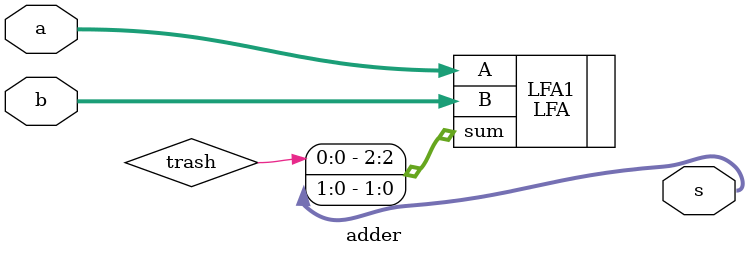
<source format=sv>

module adder #(parameter width = 2)(
    input logic [width-1:0] a,b,
    output logic [width-1:0] s
    );
    

    //assign s = a + b;
    logic trash;
    LFA #(.width(width)) LFA1(.A(a), .B(b), .sum({trash, s}));
endmodule

</source>
